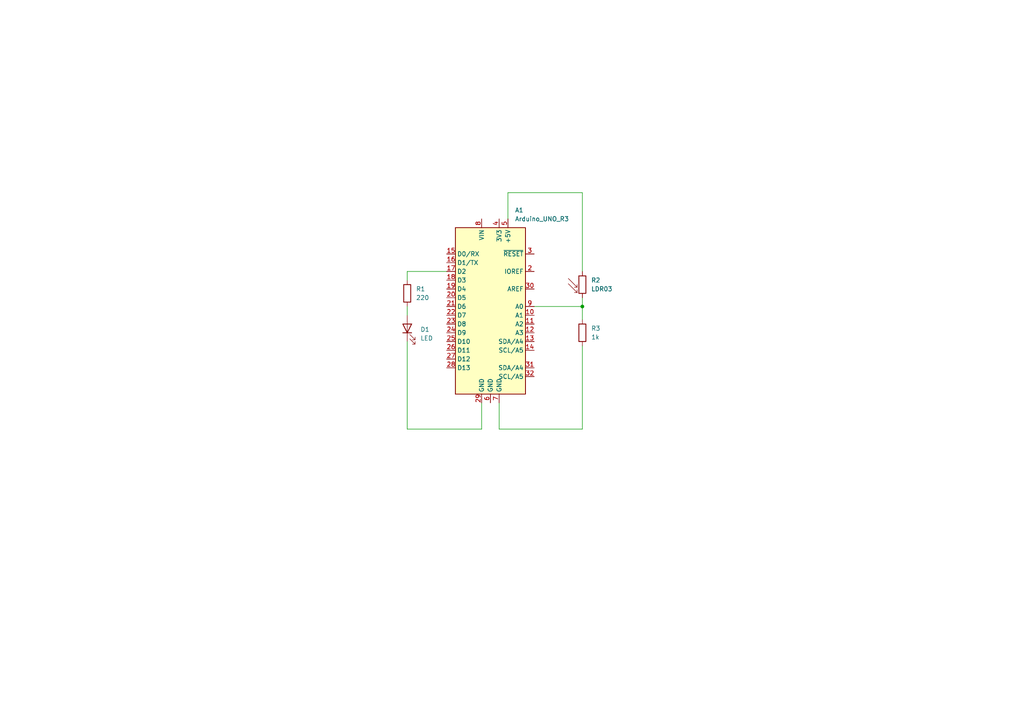
<source format=kicad_sch>
(kicad_sch (version 20211123) (generator eeschema)
  (paper "A4")
  (lib_symbols
    (symbol "Device:LED" (pin_numbers hide) (pin_names (offset 1.016) hide)
      (property "Reference" "D" (at 0 2.54 0))
      (property "Value" "LED" (at 0 -2.54 0))
      (symbol "LED_0_1"
        (polyline (pts (xy -1.27 -1.27) (xy -1.27 1.27)) (stroke (width 0.254)))
        (polyline (pts (xy -1.27 0) (xy 1.27 0)))
        (polyline (pts (xy 1.27 -1.27) (xy 1.27 1.27) (xy -1.27 0) (xy 1.27 -1.27)) (stroke (width 0.254)))
        (polyline (pts (xy -3.048 -0.762) (xy -4.572 -2.286) (xy -3.81 -2.286) (xy -4.572 -2.286) (xy -4.572 -1.524)))
        (polyline (pts (xy -1.778 -0.762) (xy -3.302 -2.286) (xy -2.54 -2.286) (xy -3.302 -2.286) (xy -3.302 -1.524)))
      )
      (symbol "LED_1_1"
        (pin passive line (at -3.81 0 0) (length 2.54) (name "K") (number "1"))
        (pin passive line (at 3.81 0 180) (length 2.54) (name "A") (number "2"))
      )
    )
    (symbol "Device:R" (pin_numbers hide) (pin_names (offset 0))
      (property "Reference" "R" (at 2.032 0 90))
      (property "Value" "R" (at 0 0 90))
      (symbol "R_0_1"
        (rectangle (start -1.016 -2.54) (end 1.016 2.54) (stroke (width 0.254)))
      )
      (symbol "R_1_1"
        (pin passive line (at 0 3.81 270) (length 1.27) (name "~") (number "1"))
        (pin passive line (at 0 -3.81 90) (length 1.27) (name "~") (number "2"))
      )
    )
    (symbol "MCU_Module:Arduino_UNO_R3"
      (property "Reference" "A" (at -10.16 23.495 0))
      (property "Value" "Arduino_UNO_R3" (at 5.08 -26.67 0))
      (symbol "Arduino_UNO_R3_0_1"
        (rectangle (start -10.16 22.86) (end 10.16 -25.4) (stroke (width 0.254)) (fill (type background)))
      )
      (symbol "Arduino_UNO_R3_1_1"
        (pin no_connect line (at -10.16 -20.32 0) (length 2.54) hide (name "NC") (number "1"))
        (pin bidirectional line (at 12.7 -2.54 180) (length 2.54) (name "A1") (number "10"))
        (pin bidirectional line (at 12.7 -5.08 180) (length 2.54) (name "A2") (number "11"))
        (pin bidirectional line (at 12.7 -7.62 180) (length 2.54) (name "A3") (number "12"))
        (pin bidirectional line (at 12.7 -10.16 180) (length 2.54) (name "SDA/A4") (number "13"))
        (pin bidirectional line (at 12.7 -12.7 180) (length 2.54) (name "SCL/A5") (number "14"))
        (pin bidirectional line (at -12.7 15.24 0) (length 2.54) (name "D0/RX") (number "15"))
        (pin bidirectional line (at -12.7 12.7 0) (length 2.54) (name "D1/TX") (number "16"))
        (pin bidirectional line (at -12.7 10.16 0) (length 2.54) (name "D2") (number "17"))
        (pin bidirectional line (at -12.7 7.62 0) (length 2.54) (name "D3") (number "18"))
        (pin bidirectional line (at -12.7 5.08 0) (length 2.54) (name "D4") (number "19"))
        (pin output line (at 12.7 10.16 180) (length 2.54) (name "IOREF") (number "2"))
        (pin bidirectional line (at -12.7 2.54 0) (length 2.54) (name "D5") (number "20"))
        (pin bidirectional line (at -12.7 0 0) (length 2.54) (name "D6") (number "21"))
        (pin bidirectional line (at -12.7 -2.54 0) (length 2.54) (name "D7") (number "22"))
        (pin bidirectional line (at -12.7 -5.08 0) (length 2.54) (name "D8") (number "23"))
        (pin bidirectional line (at -12.7 -7.62 0) (length 2.54) (name "D9") (number "24"))
        (pin bidirectional line (at -12.7 -10.16 0) (length 2.54) (name "D10") (number "25"))
        (pin bidirectional line (at -12.7 -12.7 0) (length 2.54) (name "D11") (number "26"))
        (pin bidirectional line (at -12.7 -15.24 0) (length 2.54) (name "D12") (number "27"))
        (pin bidirectional line (at -12.7 -17.78 0) (length 2.54) (name "D13") (number "28"))
        (pin power_in line (at -2.54 -27.94 90) (length 2.54) (name "GND") (number "29"))
        (pin input line (at 12.7 15.24 180) (length 2.54) (name "~{RESET}") (number "3"))
        (pin input line (at 12.7 5.08 180) (length 2.54) (name "AREF") (number "30"))
        (pin bidirectional line (at 12.7 -17.78 180) (length 2.54) (name "SDA/A4") (number "31"))
        (pin bidirectional line (at 12.7 -20.32 180) (length 2.54) (name "SCL/A5") (number "32"))
        (pin power_out line (at 2.54 25.4 270) (length 2.54) (name "3V3") (number "4"))
        (pin power_out line (at 5.08 25.4 270) (length 2.54) (name "+5V") (number "5"))
        (pin power_in line (at 0 -27.94 90) (length 2.54) (name "GND") (number "6"))
        (pin power_in line (at 2.54 -27.94 90) (length 2.54) (name "GND") (number "7"))
        (pin power_in line (at -2.54 25.4 270) (length 2.54) (name "VIN") (number "8"))
        (pin bidirectional line (at 12.7 0 180) (length 2.54) (name "A0") (number "9"))
      )
    )
    (symbol "Sensor_Optical:LDR03" (pin_numbers hide) (pin_names (offset 0))
      (property "Reference" "R" (at -5.08 0 90))
      (property "Value" "LDR03" (at 1.905 0 90))
      (symbol "LDR03_0_1"
        (rectangle (start -1.016 2.54) (end 1.016 -2.54) (stroke (width 0.254)))
        (polyline (pts (xy -1.524 -2.286) (xy -4.064 0.254)))
        (polyline (pts (xy -1.524 -2.286) (xy -2.286 -2.286)))
        (polyline (pts (xy -1.524 -2.286) (xy -1.524 -1.524)))
        (polyline (pts (xy -1.524 -0.762) (xy -4.064 1.778)))
        (polyline (pts (xy -1.524 -0.762) (xy -2.286 -0.762)))
        (polyline (pts (xy -1.524 -0.762) (xy -1.524 0)))
      )
      (symbol "LDR03_1_1"
        (pin passive line (at 0 3.81 270) (length 1.27) (name "~") (number "1"))
        (pin passive line (at 0 -3.81 90) (length 1.27) (name "~") (number "2"))
      )
    )
  )
  (junction (at 168.91 88.9))
  (wire (pts (xy 147.32 55.88) (xy 168.91 55.88)))
  (wire (pts (xy 168.91 100.33) (xy 168.91 124.46)))
  (wire (pts (xy 118.11 78.74) (xy 118.11 81.28)))
  (wire (pts (xy 118.11 88.9) (xy 118.11 91.44)))
  (wire (pts (xy 129.54 78.74) (xy 118.11 78.74)))
  (wire (pts (xy 168.91 88.9) (xy 168.91 92.71)))
  (wire (pts (xy 147.32 63.5) (xy 147.32 55.88)))
  (wire (pts (xy 168.91 86.36) (xy 168.91 88.9)))
  (wire (pts (xy 168.91 124.46) (xy 144.78 124.46)))
  (wire (pts (xy 168.91 55.88) (xy 168.91 78.74)))
  (wire (pts (xy 144.78 124.46) (xy 144.78 116.84)))
  (wire (pts (xy 118.11 99.06) (xy 118.11 124.46)))
  (wire (pts (xy 118.11 124.46) (xy 139.7 124.46)))
  (wire (pts (xy 154.94 88.9) (xy 168.91 88.9)))
  (wire (pts (xy 139.7 116.84) (xy 139.7 124.46)))
  (symbol (lib_id "Device:R") (at 118.11 85.09 0) (unit 1)
    (property "Reference" "R1" (at 120.65 83.8199 0) (effects (justify left)))
    (property "Value" "220" (at 120.65 86.3599 0) (effects (justify left)))
  )
  (symbol (lib_id "Device:LED") (at 118.11 95.25 90) (unit 1)
    (property "Reference" "D1" (at 121.92 95.5674 90) (effects (justify right)))
    (property "Value" "LED" (at 121.92 98.1074 90) (effects (justify right)))
  )
  (symbol (lib_id "MCU_Module:Arduino_UNO_R3") (at 142.24 88.9 0) (unit 1)
    (property "Reference" "A1" (at 149.3394 60.96 0) (effects (justify left)))
    (property "Value" "Arduino_UNO_R3" (at 149.3394 63.5 0) (effects (justify left)))
    (property "Footprint" "Module:Arduino_UNO_R3" (effects hide))
    (property "Datasheet" "https://www.arduino.cc/en/Main/arduinoBoardUno" (effects hide))
  )
  (symbol (lib_id "Device:R") (at 168.91 96.52 0) (unit 1)
    (property "Reference" "R3" (at 171.45 95.2499 0) (effects (justify left)))
    (property "Value" "1k" (at 171.45 97.7899 0) (effects (justify left)))
  )
  (symbol (lib_id "Sensor_Optical:LDR03") (at 168.91 82.55 0) (unit 1)
    (property "Reference" "R2" (at 171.45 81.2799 0) (effects (justify left)))
    (property "Value" "LDR03" (at 171.45 83.8199 0) (effects (justify left)))
    (property "Footprint" "OptoDevice:R_LDR_10x8.5mm_P7.6mm_Vertical" (effects hide))
    (property "Datasheet" "http://www.elektronica-componenten.nl/WebRoot/StoreNL/Shops/61422969/54F1/BA0C/C664/31B9/2173/C0A8/2AB9/2AEF/LDR03IMP.pdf" (effects hide))
  )
)
</source>
